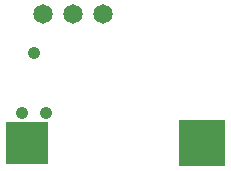
<source format=gbs>
G04*
G04 #@! TF.GenerationSoftware,Altium Limited,Altium Designer,25.4.2 (15)*
G04*
G04 Layer_Color=16711935*
%FSTAX24Y24*%
%MOIN*%
G70*
G04*
G04 #@! TF.SameCoordinates,37557B88-6B1A-46A0-B974-C7A84E2FC2EA*
G04*
G04*
G04 #@! TF.FilePolarity,Negative*
G04*
G01*
G75*
%ADD43C,0.0650*%
%ADD44C,0.0410*%
%ADD58R,0.1579X0.1579*%
%ADD59R,0.1402X0.1402*%
D43*
X022079Y018408D02*
D03*
X021079D02*
D03*
X020079D02*
D03*
D44*
X019352Y015114D02*
D03*
X020152D02*
D03*
X019752Y017114D02*
D03*
D58*
X02537Y014096D02*
D03*
D59*
X019516Y014098D02*
D03*
M02*

</source>
